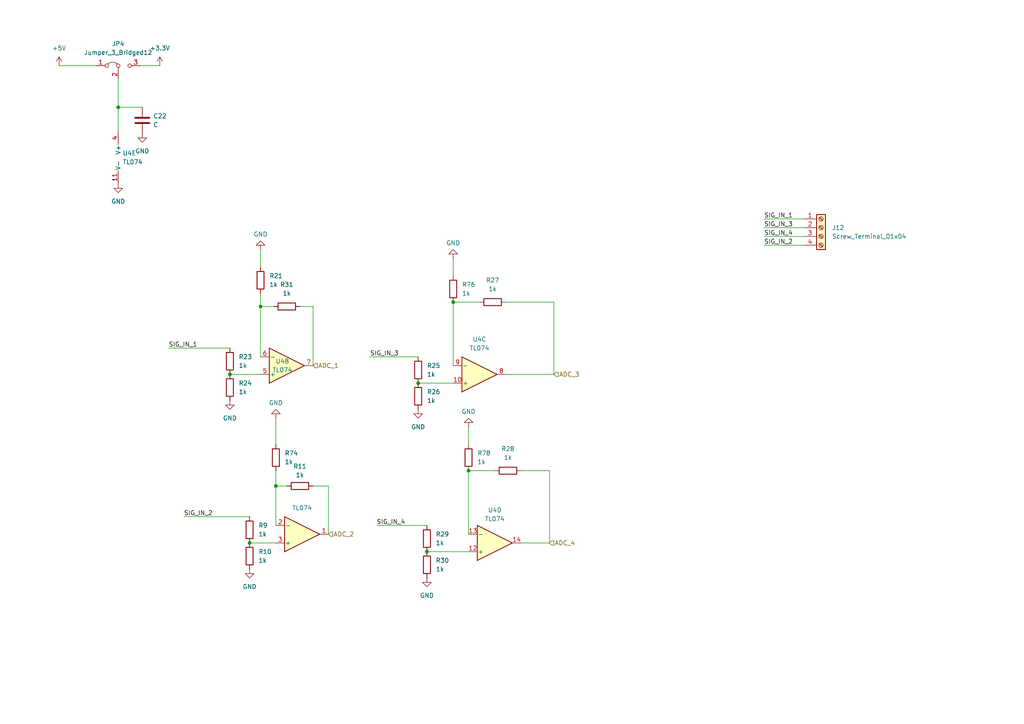
<source format=kicad_sch>
(kicad_sch (version 20231120) (generator "eeschema") (generator_version "8.0")
  (paper "A4")
  (lib_symbols
    (symbol "Amplifier_Operational:TL074" (pin_names (offset 0.127))
      (property "Reference" "U" (at 0 5.08 0))
      (property "Value" "TL074" (at 0 -5.08 0))
      (symbol "TL074_1_1"
        (polyline (pts (xy -5.08 5.08) (xy 5.08 0) (xy -5.08 -5.08) (xy -5.08 5.08)) (stroke (width 0.254)) (fill (type background)))
        (pin output line (at 7.62 0 180) (length 2.54) (name "~") (number "1"))
        (pin input line (at -7.62 -2.54 0) (length 2.54) (name "-") (number "2"))
        (pin input line (at -7.62 2.54 0) (length 2.54) (name "+") (number "3"))
      )
      (symbol "TL074_2_1"
        (polyline (pts (xy -5.08 5.08) (xy 5.08 0) (xy -5.08 -5.08) (xy -5.08 5.08)) (stroke (width 0.254)) (fill (type background)))
        (pin input line (at -7.62 2.54 0) (length 2.54) (name "+") (number "5"))
        (pin input line (at -7.62 -2.54 0) (length 2.54) (name "-") (number "6"))
        (pin output line (at 7.62 0 180) (length 2.54) (name "~") (number "7"))
      )
      (symbol "TL074_3_1"
        (polyline (pts (xy -5.08 5.08) (xy 5.08 0) (xy -5.08 -5.08) (xy -5.08 5.08)) (stroke (width 0.254)) (fill (type background)))
        (pin input line (at -7.62 2.54 0) (length 2.54) (name "+") (number "10"))
        (pin output line (at 7.62 0 180) (length 2.54) (name "~") (number "8"))
        (pin input line (at -7.62 -2.54 0) (length 2.54) (name "-") (number "9"))
      )
      (symbol "TL074_4_1"
        (polyline (pts (xy -5.08 5.08) (xy 5.08 0) (xy -5.08 -5.08) (xy -5.08 5.08)) (stroke (width 0.254)) (fill (type background)))
        (pin input line (at -7.62 2.54 0) (length 2.54) (name "+") (number "12"))
        (pin input line (at -7.62 -2.54 0) (length 2.54) (name "-") (number "13"))
        (pin output line (at 7.62 0 180) (length 2.54) (name "~") (number "14"))
      )
      (symbol "TL074_5_1"
        (pin power_in line (at -2.54 -7.62 90) (length 3.81) (name "V-") (number "11"))
        (pin power_in line (at -2.54 7.62 270) (length 3.81) (name "V+") (number "4"))
      )
    )
    (symbol "Connector:Screw_Terminal_01x04" (pin_names (offset 1.016) hide)
      (property "Reference" "J" (at 0 5.08 0))
      (property "Value" "Screw_Terminal_01x04" (at 0 -7.62 0))
      (symbol "Screw_Terminal_01x04_1_1"
        (rectangle (start -1.27 3.81) (end 1.27 -6.35) (stroke (width 0.254)) (fill (type background)))
        (circle (center 0 -5.08) (radius 0.635) (stroke (width 0.1524)))
        (circle (center 0 -2.54) (radius 0.635) (stroke (width 0.1524)))
        (polyline (pts (xy -0.5334 -4.7498) (xy 0.3302 -5.588)) (stroke (width 0.1524)))
        (polyline (pts (xy -0.5334 -2.2098) (xy 0.3302 -3.048)) (stroke (width 0.1524)))
        (polyline (pts (xy -0.5334 0.3302) (xy 0.3302 -0.508)) (stroke (width 0.1524)))
        (polyline (pts (xy -0.5334 2.8702) (xy 0.3302 2.032)) (stroke (width 0.1524)))
        (polyline (pts (xy -0.3556 -4.572) (xy 0.508 -5.4102)) (stroke (width 0.1524)))
        (polyline (pts (xy -0.3556 -2.032) (xy 0.508 -2.8702)) (stroke (width 0.1524)))
        (polyline (pts (xy -0.3556 0.508) (xy 0.508 -0.3302)) (stroke (width 0.1524)))
        (polyline (pts (xy -0.3556 3.048) (xy 0.508 2.2098)) (stroke (width 0.1524)))
        (circle (center 0 0) (radius 0.635) (stroke (width 0.1524)))
        (circle (center 0 2.54) (radius 0.635) (stroke (width 0.1524)))
        (pin passive line (at -5.08 2.54 0) (length 3.81) (name "Pin_1") (number "1"))
        (pin passive line (at -5.08 0 0) (length 3.81) (name "Pin_2") (number "2"))
        (pin passive line (at -5.08 -2.54 0) (length 3.81) (name "Pin_3") (number "3"))
        (pin passive line (at -5.08 -5.08 0) (length 3.81) (name "Pin_4") (number "4"))
      )
    )
    (symbol "Device:C" (pin_numbers hide) (pin_names (offset 0.254))
      (property "Reference" "C" (at 0.635 2.54 0))
      (property "Value" "C" (at 0.635 -2.54 0))
      (symbol "C_0_1"
        (polyline (pts (xy -2.032 -0.762) (xy 2.032 -0.762)) (stroke (width 0.508)))
        (polyline (pts (xy -2.032 0.762) (xy 2.032 0.762)) (stroke (width 0.508)))
      )
      (symbol "C_1_1"
        (pin passive line (at 0 3.81 270) (length 2.794) (name "~") (number "1"))
        (pin passive line (at 0 -3.81 90) (length 2.794) (name "~") (number "2"))
      )
    )
    (symbol "Device:R" (pin_numbers hide) (pin_names (offset 0))
      (property "Reference" "R" (at 2.032 0 90))
      (property "Value" "R" (at 0 0 90))
      (symbol "R_0_1"
        (rectangle (start -1.016 -2.54) (end 1.016 2.54) (stroke (width 0.254)))
      )
      (symbol "R_1_1"
        (pin passive line (at 0 3.81 270) (length 1.27) (name "~") (number "1"))
        (pin passive line (at 0 -3.81 90) (length 1.27) (name "~") (number "2"))
      )
    )
    (symbol "Jumper:Jumper_3_Bridged12" (pin_names (offset 0) hide)
      (property "Reference" "JP" (at -2.54 -2.54 0))
      (property "Value" "Jumper_3_Bridged12" (at 0 2.794 0))
      (symbol "Jumper_3_Bridged12_0_0"
        (circle (center -3.302 0) (radius 0.508))
        (circle (center 0 0) (radius 0.508))
        (circle (center 3.302 0) (radius 0.508))
      )
      (symbol "Jumper_3_Bridged12_0_1"
        (arc (start -0.254 0.508) (mid -1.651 0.9912) (end -3.048 0.508))
        (polyline (pts (xy 0 -1.27) (xy 0 -0.508)))
      )
      (symbol "Jumper_3_Bridged12_1_1"
        (pin passive line (at -6.35 0 0) (length 2.54) (name "A") (number "1"))
        (pin passive line (at 0 -3.81 90) (length 2.54) (name "C") (number "2"))
        (pin passive line (at 6.35 0 180) (length 2.54) (name "B") (number "3"))
      )
    )
    (symbol "power:+3.3V" (power) (pin_numbers hide) (pin_names (offset 0) hide)
      (property "Value" "+3.3V" (at 0 3.556 0))
      (symbol "+3.3V_0_1"
        (polyline (pts (xy -0.762 1.27) (xy 0 2.54)))
        (polyline (pts (xy 0 0) (xy 0 2.54)))
        (polyline (pts (xy 0 2.54) (xy 0.762 1.27)))
      )
      (symbol "+3.3V_1_1"
        (pin power_in line (at 0 0 90) (length 0) (name "~") (number "1"))
      )
    )
    (symbol "power:+5V" (power) (pin_numbers hide) (pin_names (offset 0) hide)
      (property "Value" "+5V" (at 0 3.556 0))
      (symbol "+5V_0_1"
        (polyline (pts (xy -0.762 1.27) (xy 0 2.54)))
        (polyline (pts (xy 0 0) (xy 0 2.54)))
        (polyline (pts (xy 0 2.54) (xy 0.762 1.27)))
      )
      (symbol "+5V_1_1"
        (pin power_in line (at 0 0 90) (length 0) (name "~") (number "1"))
      )
    )
    (symbol "power:GND" (power) (pin_numbers hide) (pin_names (offset 0) hide)
      (property "Value" "GND" (at 0 -3.81 0))
      (symbol "GND_0_1"
        (polyline (pts (xy 0 0) (xy 0 -1.27) (xy 1.27 -1.27) (xy 0 -2.54) (xy -1.27 -1.27) (xy 0 -1.27)))
      )
      (symbol "GND_1_1"
        (pin power_in line (at 0 0 270) (length 0) (name "~") (number "1"))
      )
    )
  )
  (junction (at 135.89 136.525))
  (junction (at 80.01 140.97))
  (junction (at 34.29 31.115))
  (junction (at 121.285 111.125))
  (junction (at 72.39 157.48))
  (junction (at 131.445 87.63))
  (junction (at 123.825 160.02))
  (junction (at 75.565 88.9))
  (junction (at 66.675 108.585))
  (wire (pts (xy 159.385 157.48) (xy 151.13 157.48)))
  (wire (pts (xy 146.685 87.63) (xy 160.655 87.63)))
  (wire (pts (xy 90.805 140.97) (xy 95.25 140.97)))
  (wire (pts (xy 123.825 160.02) (xy 135.89 160.02)))
  (wire (pts (xy 48.895 100.965) (xy 66.675 100.965)))
  (wire (pts (xy 66.675 108.585) (xy 75.565 108.585)))
  (wire (pts (xy 75.565 103.505) (xy 75.565 88.9)))
  (wire (pts (xy 131.445 87.63) (xy 139.065 87.63)))
  (wire (pts (xy 221.615 68.58) (xy 233.045 68.58)))
  (wire (pts (xy 86.995 88.9) (xy 90.805 88.9)))
  (wire (pts (xy 135.89 136.525) (xy 143.51 136.525)))
  (wire (pts (xy 34.29 31.115) (xy 41.275 31.115)))
  (wire (pts (xy 75.565 88.9) (xy 75.565 85.09)))
  (wire (pts (xy 53.34 149.86) (xy 72.39 149.86)))
  (wire (pts (xy 160.655 108.585) (xy 146.685 108.585)))
  (wire (pts (xy 17.145 19.05) (xy 27.94 19.05)))
  (wire (pts (xy 131.445 106.045) (xy 131.445 87.63)))
  (wire (pts (xy 46.355 19.05) (xy 40.64 19.05)))
  (wire (pts (xy 34.29 22.86) (xy 34.29 31.115)))
  (wire (pts (xy 95.25 140.97) (xy 95.25 154.94)))
  (wire (pts (xy 121.285 111.125) (xy 131.445 111.125)))
  (wire (pts (xy 80.01 140.97) (xy 80.01 136.525)))
  (wire (pts (xy 159.385 136.525) (xy 159.385 157.48)))
  (wire (pts (xy 72.39 157.48) (xy 80.01 157.48)))
  (wire (pts (xy 75.565 88.9) (xy 79.375 88.9)))
  (wire (pts (xy 159.385 136.525) (xy 151.13 136.525)))
  (wire (pts (xy 135.89 154.94) (xy 135.89 136.525)))
  (wire (pts (xy 107.315 103.505) (xy 121.285 103.505)))
  (wire (pts (xy 221.615 63.5) (xy 233.045 63.5)))
  (wire (pts (xy 80.01 121.285) (xy 80.01 128.905)))
  (wire (pts (xy 109.22 152.4) (xy 123.825 152.4)))
  (wire (pts (xy 135.89 123.825) (xy 135.89 128.905)))
  (wire (pts (xy 80.01 152.4) (xy 80.01 140.97)))
  (wire (pts (xy 221.615 66.04) (xy 233.045 66.04)))
  (wire (pts (xy 160.655 87.63) (xy 160.655 108.585)))
  (wire (pts (xy 75.565 72.39) (xy 75.565 77.47)))
  (wire (pts (xy 80.01 140.97) (xy 83.185 140.97)))
  (wire (pts (xy 34.29 38.1) (xy 34.29 31.115)))
  (wire (pts (xy 90.805 88.9) (xy 90.805 106.045)))
  (wire (pts (xy 221.615 71.12) (xy 233.045 71.12)))
  (wire (pts (xy 131.445 74.93) (xy 131.445 80.01)))
  (label "SIG_IN_4" (at 221.615 68.58 0))
  (label "SIG_IN_3" (at 107.315 103.505 0))
  (label "SIG_IN_4" (at 109.22 152.4 0))
  (label "SIG_IN_1" (at 221.615 63.5 0))
  (label "SIG_IN_2" (at 53.34 149.86 0))
  (label "SIG_IN_1" (at 48.895 100.965 0))
  (label "SIG_IN_2" (at 221.615 71.12 0))
  (label "SIG_IN_3" (at 221.615 66.04 0))
  (hierarchical_label "ADC_3" (shape input) (at 160.655 108.585 0))
  (hierarchical_label "ADC_4" (shape input) (at 159.385 157.48 0))
  (hierarchical_label "ADC_2" (shape input) (at 95.25 154.94 0))
  (hierarchical_label "ADC_1" (shape input) (at 90.805 106.045 0))
  (symbol (lib_id "Device:R") (at 135.89 132.715 0) (unit 1)
    (property "Reference" "R78" (at 138.43 131.4449 0) (effects (justify left)))
    (property "Value" "1k" (at 138.43 133.9849 0) (effects (justify left)))
    (property "Footprint" "Resistor_SMD:R_0603_1608Metric_Pad0.98x0.95mm_HandSolder" (effects (hide yes)))
    (property "Description" "Resistor" (effects (hide yes)))
  )
  (symbol (lib_id "Connector:Screw_Terminal_01x04") (at 238.125 66.04 0) (unit 1)
    (property "Reference" "J12" (at 241.3 66.0399 0) (effects (justify left)))
    (property "Value" "Screw_Terminal_01x04" (at 241.3 68.5799 0) (effects (justify left)))
    (property "Footprint" "TerminalBlock:TerminalBlock_Altech_AK300-4_P5.00mm" (effects (hide yes)))
    (property "Description" "Generic screw terminal, single row, 01x04, script generated (kicad-library-utils/schlib/autogen/connector/)" (effects (hide yes)))
  )
  (symbol (lib_id "Amplifier_Operational:TL074") (at 143.51 157.48 0) (mirror x) (unit 4)
    (property "Reference" "U4" (at 143.51 147.955 0))
    (property "Value" "TL074" (at 143.51 150.495 0))
    (property "Footprint" "Package_SO:SOIC-14_3.9x8.7mm_P1.27mm" (effects (hide yes)))
    (property "Datasheet" "http://www.ti.com/lit/ds/symlink/tl071.pdf" (effects (hide yes)))
    (property "Description" "Quad Low-Noise JFET-Input Operational Amplifiers, DIP-14/SOIC-14" (effects (hide yes)))
  )
  (symbol (lib_id "Device:R") (at 121.285 107.315 180) (unit 1)
    (property "Reference" "R25" (at 123.825 106.0449 0) (effects (justify right)))
    (property "Value" "1k" (at 123.825 108.5849 0) (effects (justify right)))
    (property "Footprint" "Resistor_SMD:R_0603_1608Metric_Pad0.98x0.95mm_HandSolder" (effects (hide yes)))
    (property "Description" "Resistor" (effects (hide yes)))
  )
  (symbol (lib_id "Device:R") (at 66.675 112.395 180) (unit 1)
    (property "Reference" "R24" (at 69.215 111.1249 0) (effects (justify right)))
    (property "Value" "1k" (at 69.215 113.6649 0) (effects (justify right)))
    (property "Footprint" "Resistor_SMD:R_0603_1608Metric_Pad0.98x0.95mm_HandSolder" (effects (hide yes)))
    (property "Description" "Resistor" (effects (hide yes)))
  )
  (symbol (lib_id "power:GND") (at 75.565 72.39 180) (unit 1)
    (property "Reference" "#PWR096" (effects (hide yes)))
    (property "Value" "GND" (at 75.565 67.945 0))
    (property "Description" "Power symbol creates a global label with name \"GND\" , ground" (effects (hide yes)))
  )
  (symbol (lib_id "Device:R") (at 121.285 114.935 180) (unit 1)
    (property "Reference" "R26" (at 123.825 113.6649 0) (effects (justify right)))
    (property "Value" "1k" (at 123.825 116.2049 0) (effects (justify right)))
    (property "Footprint" "Resistor_SMD:R_0603_1608Metric_Pad0.98x0.95mm_HandSolder" (effects (hide yes)))
    (property "Description" "Resistor" (effects (hide yes)))
  )
  (symbol (lib_id "Device:R") (at 72.39 161.29 0) (unit 1)
    (property "Reference" "R10" (at 74.93 160.0199 0) (effects (justify left)))
    (property "Value" "1k" (at 74.93 162.5599 0) (effects (justify left)))
    (property "Footprint" "Resistor_SMD:R_0603_1608Metric_Pad0.98x0.95mm_HandSolder" (effects (hide yes)))
    (property "Description" "Resistor" (effects (hide yes)))
  )
  (symbol (lib_id "Device:R") (at 142.875 87.63 90) (unit 1)
    (property "Reference" "R27" (at 142.875 81.28 90))
    (property "Value" "1k" (at 142.875 83.82 90))
    (property "Footprint" "Resistor_SMD:R_0603_1608Metric_Pad0.98x0.95mm_HandSolder" (effects (hide yes)))
    (property "Description" "Resistor" (effects (hide yes)))
  )
  (symbol (lib_id "power:GND") (at 72.39 165.1 0) (unit 1)
    (property "Reference" "#PWR0102" (effects (hide yes)))
    (property "Value" "GND" (at 72.39 170.18 0))
    (property "Description" "Power symbol creates a global label with name \"GND\" , ground" (effects (hide yes)))
  )
  (symbol (lib_id "power:GND") (at 80.01 121.285 180) (unit 1)
    (property "Reference" "#PWR0103" (effects (hide yes)))
    (property "Value" "GND" (at 80.01 116.84 0))
    (property "Description" "Power symbol creates a global label with name \"GND\" , ground" (effects (hide yes)))
  )
  (symbol (lib_id "Device:R") (at 131.445 83.82 0) (unit 1)
    (property "Reference" "R76" (at 133.985 82.5499 0) (effects (justify left)))
    (property "Value" "1k" (at 133.985 85.0899 0) (effects (justify left)))
    (property "Footprint" "Resistor_SMD:R_0603_1608Metric_Pad0.98x0.95mm_HandSolder" (effects (hide yes)))
    (property "Description" "Resistor" (effects (hide yes)))
  )
  (symbol (lib_id "Device:R") (at 72.39 153.67 0) (unit 1)
    (property "Reference" "R9" (at 74.93 152.3999 0) (effects (justify left)))
    (property "Value" "1k" (at 74.93 154.9399 0) (effects (justify left)))
    (property "Footprint" "Resistor_SMD:R_0603_1608Metric_Pad0.98x0.95mm_HandSolder" (effects (hide yes)))
    (property "Description" "Resistor" (effects (hide yes)))
  )
  (symbol (lib_id "Device:R") (at 75.565 81.28 0) (unit 1)
    (property "Reference" "R21" (at 78.105 80.0099 0) (effects (justify left)))
    (property "Value" "1k" (at 78.105 82.5499 0) (effects (justify left)))
    (property "Footprint" "Resistor_SMD:R_0603_1608Metric_Pad0.98x0.95mm_HandSolder" (effects (hide yes)))
    (property "Description" "Resistor" (effects (hide yes)))
  )
  (symbol (lib_id "power:GND") (at 41.275 38.735 0) (unit 1)
    (property "Reference" "#PWR099" (effects (hide yes)))
    (property "Value" "GND" (at 41.275 43.815 0))
    (property "Description" "Power symbol creates a global label with name \"GND\" , ground" (effects (hide yes)))
  )
  (symbol (lib_id "power:GND") (at 131.445 74.93 180) (unit 1)
    (property "Reference" "#PWR0107" (effects (hide yes)))
    (property "Value" "GND" (at 131.445 70.485 0))
    (property "Description" "Power symbol creates a global label with name \"GND\" , ground" (effects (hide yes)))
  )
  (symbol (lib_id "power:+5V") (at 17.145 19.05 0) (unit 1)
    (property "Reference" "#PWR0100" (effects (hide yes)))
    (property "Value" "+5V" (at 17.145 13.97 0))
    (property "Description" "Power symbol creates a global label with name \"+5V\"" (effects (hide yes)))
  )
  (symbol (lib_id "Device:R") (at 147.32 136.525 90) (unit 1)
    (property "Reference" "R28" (at 147.32 130.175 90))
    (property "Value" "1k" (at 147.32 132.715 90))
    (property "Footprint" "Resistor_SMD:R_0603_1608Metric_Pad0.98x0.95mm_HandSolder" (effects (hide yes)))
    (property "Description" "Resistor" (effects (hide yes)))
  )
  (symbol (lib_id "Amplifier_Operational:TL074") (at 139.065 108.585 0) (mirror x) (unit 3)
    (property "Reference" "U4" (at 139.065 98.425 0))
    (property "Value" "TL074" (at 139.065 100.965 0))
    (property "Footprint" "Package_SO:SOIC-14_3.9x8.7mm_P1.27mm" (effects (hide yes)))
    (property "Datasheet" "http://www.ti.com/lit/ds/symlink/tl071.pdf" (effects (hide yes)))
    (property "Description" "Quad Low-Noise JFET-Input Operational Amplifiers, DIP-14/SOIC-14" (effects (hide yes)))
  )
  (symbol (lib_id "power:GND") (at 34.29 53.34 0) (unit 1)
    (property "Reference" "#PWR098" (effects (hide yes)))
    (property "Value" "GND" (at 34.29 58.42 0))
    (property "Description" "Power symbol creates a global label with name \"GND\" , ground" (effects (hide yes)))
  )
  (symbol (lib_id "Device:C") (at 41.275 34.925 0) (unit 1)
    (property "Reference" "C22" (at 44.45 33.6549 0) (effects (justify left)))
    (property "Value" "C" (at 44.45 36.1949 0) (effects (justify left)))
    (property "Footprint" "Capacitor_SMD:C_0603_1608Metric_Pad1.08x0.95mm_HandSolder" (effects (hide yes)))
    (property "Description" "Unpolarized capacitor" (effects (hide yes)))
  )
  (symbol (lib_id "Amplifier_Operational:TL074") (at 36.83 45.72 0) (unit 5)
    (property "Reference" "U4" (at 35.56 44.4499 0) (effects (justify left)))
    (property "Value" "TL074" (at 35.56 46.9899 0) (effects (justify left)))
    (property "Footprint" "Package_SO:SOIC-14_3.9x8.7mm_P1.27mm" (effects (hide yes)))
    (property "Datasheet" "http://www.ti.com/lit/ds/symlink/tl071.pdf" (effects (hide yes)))
    (property "Description" "Quad Low-Noise JFET-Input Operational Amplifiers, DIP-14/SOIC-14" (effects (hide yes)))
  )
  (symbol (lib_id "Device:R") (at 86.995 140.97 90) (unit 1)
    (property "Reference" "R11" (at 86.995 135.255 90))
    (property "Value" "1k" (at 86.995 137.795 90))
    (property "Footprint" "Resistor_SMD:R_0603_1608Metric_Pad0.98x0.95mm_HandSolder" (effects (hide yes)))
    (property "Description" "Resistor" (effects (hide yes)))
  )
  (symbol (lib_id "power:GND") (at 135.89 123.825 180) (unit 1)
    (property "Reference" "#PWR0108" (effects (hide yes)))
    (property "Value" "GND" (at 135.89 119.38 0))
    (property "Description" "Power symbol creates a global label with name \"GND\" , ground" (effects (hide yes)))
  )
  (symbol (lib_id "Device:R") (at 66.675 104.775 180) (unit 1)
    (property "Reference" "R23" (at 69.215 103.5049 0) (effects (justify right)))
    (property "Value" "1k" (at 69.215 106.0449 0) (effects (justify right)))
    (property "Footprint" "Resistor_SMD:R_0603_1608Metric_Pad0.98x0.95mm_HandSolder" (effects (hide yes)))
    (property "Description" "Resistor" (effects (hide yes)))
  )
  (symbol (lib_id "Jumper:Jumper_3_Bridged12") (at 34.29 19.05 0) (unit 1)
    (property "Reference" "JP4" (at 34.29 12.7 0))
    (property "Value" "Jumper_3_Bridged12" (at 34.29 15.24 0))
    (property "Footprint" "Connector_PinHeader_2.54mm:PinHeader_1x03_P2.54mm_Vertical" (effects (hide yes)))
    (property "Description" "Jumper, 3-pole, pins 1+2 closed/bridged" (effects (hide yes)))
  )
  (symbol (lib_id "power:GND") (at 121.285 118.745 0) (unit 1)
    (property "Reference" "#PWR053" (effects (hide yes)))
    (property "Value" "GND" (at 121.285 123.825 0))
    (property "Description" "Power symbol creates a global label with name \"GND\" , ground" (effects (hide yes)))
  )
  (symbol (lib_id "Amplifier_Operational:TL074") (at 83.185 106.045 0) (mirror x) (unit 2)
    (property "Reference" "U4" (at 81.915 104.775 0))
    (property "Value" "TL074" (at 81.915 107.315 0))
    (property "Footprint" "Package_SO:SOIC-14_3.9x8.7mm_P1.27mm" (effects (hide yes)))
    (property "Datasheet" "http://www.ti.com/lit/ds/symlink/tl071.pdf" (effects (hide yes)))
    (property "Description" "Quad Low-Noise JFET-Input Operational Amplifiers, DIP-14/SOIC-14" (effects (hide yes)))
  )
  (symbol (lib_id "Device:R") (at 83.185 88.9 90) (unit 1)
    (property "Reference" "R31" (at 83.185 82.55 90))
    (property "Value" "1k" (at 83.185 85.09 90))
    (property "Footprint" "Resistor_SMD:R_0603_1608Metric_Pad0.98x0.95mm_HandSolder" (effects (hide yes)))
    (property "Description" "Resistor" (effects (hide yes)))
  )
  (symbol (lib_id "power:GND") (at 123.825 167.64 0) (unit 1)
    (property "Reference" "#PWR054" (effects (hide yes)))
    (property "Value" "GND" (at 123.825 172.72 0))
    (property "Description" "Power symbol creates a global label with name \"GND\" , ground" (effects (hide yes)))
  )
  (symbol (lib_id "power:GND") (at 66.675 116.205 0) (unit 1)
    (property "Reference" "#PWR097" (effects (hide yes)))
    (property "Value" "GND" (at 66.675 121.285 0))
    (property "Description" "Power symbol creates a global label with name \"GND\" , ground" (effects (hide yes)))
  )
  (symbol (lib_id "Device:R") (at 80.01 132.715 0) (unit 1)
    (property "Reference" "R74" (at 82.55 131.4449 0) (effects (justify left)))
    (property "Value" "1k" (at 82.55 133.9849 0) (effects (justify left)))
    (property "Footprint" "Resistor_SMD:R_0603_1608Metric_Pad0.98x0.95mm_HandSolder" (effects (hide yes)))
    (property "Description" "Resistor" (effects (hide yes)))
  )
  (symbol (lib_id "power:+3.3V") (at 46.355 19.05 0) (unit 1)
    (property "Reference" "#PWR0101" (effects (hide yes)))
    (property "Value" "+3.3V" (at 46.355 13.97 0))
    (property "Description" "Power symbol creates a global label with name \"+3.3V\"" (effects (hide yes)))
  )
  (symbol (lib_id "Amplifier_Operational:TL074") (at 87.63 154.94 0) (mirror x) (unit 1)
    (property "Reference" "U4" (effects (hide yes)))
    (property "Value" "TL074" (at 87.63 147.32 0))
    (property "Footprint" "Package_SO:SOIC-14_3.9x8.7mm_P1.27mm" (effects (hide yes)))
    (property "Datasheet" "http://www.ti.com/lit/ds/symlink/tl071.pdf" (effects (hide yes)))
    (property "Description" "Quad Low-Noise JFET-Input Operational Amplifiers, DIP-14/SOIC-14" (effects (hide yes)))
  )
  (symbol (lib_id "Device:R") (at 123.825 163.83 180) (unit 1)
    (property "Reference" "R30" (at 126.365 162.5599 0) (effects (justify right)))
    (property "Value" "1k" (at 126.365 165.0999 0) (effects (justify right)))
    (property "Footprint" "Resistor_SMD:R_0603_1608Metric_Pad0.98x0.95mm_HandSolder" (effects (hide yes)))
    (property "Description" "Resistor" (effects (hide yes)))
  )
  (symbol (lib_id "Device:R") (at 123.825 156.21 180) (unit 1)
    (property "Reference" "R29" (at 126.365 154.9399 0) (effects (justify right)))
    (property "Value" "1k" (at 126.365 157.4799 0) (effects (justify right)))
    (property "Footprint" "Resistor_SMD:R_0603_1608Metric_Pad0.98x0.95mm_HandSolder" (effects (hide yes)))
    (property "Description" "Resistor" (effects (hide yes)))
  )
)
</source>
